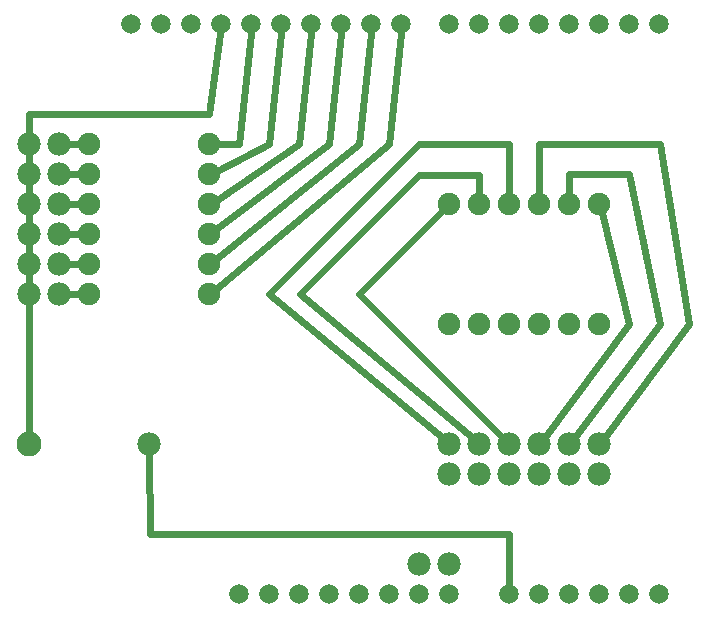
<source format=gtl>
G04 MADE WITH FRITZING*
G04 WWW.FRITZING.ORG*
G04 DOUBLE SIDED*
G04 HOLES PLATED*
G04 CONTOUR ON CENTER OF CONTOUR VECTOR*
%ASAXBY*%
%FSLAX23Y23*%
%MOIN*%
%OFA0B0*%
%SFA1.0B1.0*%
%ADD10C,0.065278*%
%ADD11C,0.075000*%
%ADD12C,0.078000*%
%ADD13C,0.083307*%
%ADD14C,0.024000*%
%LNCOPPER1*%
G90*
G70*
G54D10*
X2099Y110D03*
X2199Y110D03*
X2299Y110D03*
X2399Y110D03*
X2499Y110D03*
X1639Y2010D03*
X1539Y2010D03*
X1439Y2010D03*
X1339Y2010D03*
X1239Y2010D03*
X1139Y2010D03*
X1039Y2010D03*
X939Y2010D03*
X839Y2010D03*
X739Y2010D03*
X2499Y2010D03*
X2399Y2010D03*
X2299Y2010D03*
X2199Y2010D03*
X2099Y2010D03*
X1999Y2010D03*
X1899Y2010D03*
X1799Y2010D03*
X1199Y110D03*
X1099Y110D03*
X1299Y110D03*
X1399Y110D03*
X1499Y110D03*
X1599Y110D03*
X1699Y110D03*
X1799Y110D03*
X1999Y110D03*
G54D11*
X1799Y1010D03*
X1799Y1410D03*
X1899Y1010D03*
X1899Y1410D03*
X1999Y1010D03*
X1999Y1410D03*
X2099Y1010D03*
X2099Y1410D03*
X2199Y1010D03*
X2199Y1410D03*
X2299Y1010D03*
X2299Y1410D03*
X999Y1610D03*
X599Y1610D03*
X999Y1510D03*
X599Y1510D03*
X999Y1410D03*
X599Y1410D03*
X999Y1310D03*
X599Y1310D03*
X999Y1210D03*
X599Y1210D03*
X999Y1110D03*
X599Y1110D03*
G54D12*
X399Y1110D03*
X499Y1110D03*
X399Y1210D03*
X499Y1210D03*
X399Y1310D03*
X499Y1310D03*
X399Y1410D03*
X499Y1410D03*
X399Y1510D03*
X499Y1510D03*
X399Y1610D03*
X499Y1610D03*
X2299Y610D03*
X2299Y510D03*
X2199Y610D03*
X2199Y510D03*
X2099Y610D03*
X2099Y510D03*
X1999Y610D03*
X1999Y510D03*
X1899Y610D03*
X1899Y510D03*
X1799Y610D03*
X1799Y510D03*
G54D13*
X399Y610D03*
G54D12*
X799Y610D03*
X1799Y210D03*
X1699Y210D03*
G54D14*
X1136Y1979D02*
X1099Y1611D01*
D02*
X1099Y1611D02*
X1027Y1611D01*
D02*
X1199Y1611D02*
X1024Y1523D01*
D02*
X1236Y1979D02*
X1199Y1611D01*
D02*
X529Y1610D02*
X570Y1610D01*
D02*
X529Y1510D02*
X570Y1510D01*
D02*
X529Y1410D02*
X570Y1410D01*
D02*
X529Y1310D02*
X570Y1310D01*
D02*
X529Y1210D02*
X570Y1210D01*
D02*
X529Y1110D02*
X570Y1110D01*
D02*
X1299Y1611D02*
X1023Y1426D01*
D02*
X1336Y1979D02*
X1299Y1611D01*
D02*
X1436Y1979D02*
X1398Y1611D01*
D02*
X1398Y1611D02*
X1022Y1328D01*
D02*
X1498Y1611D02*
X1021Y1228D01*
D02*
X1536Y1979D02*
X1498Y1611D01*
D02*
X1598Y1611D02*
X1021Y1129D01*
D02*
X1636Y1979D02*
X1598Y1611D01*
D02*
X399Y1180D02*
X399Y1141D01*
D02*
X399Y1241D02*
X399Y1280D01*
D02*
X399Y1341D02*
X399Y1380D01*
D02*
X399Y1441D02*
X399Y1480D01*
D02*
X399Y1541D02*
X399Y1580D01*
D02*
X399Y1641D02*
X398Y1711D01*
D02*
X999Y1711D02*
X1035Y1979D01*
D02*
X398Y1711D02*
X999Y1711D01*
D02*
X800Y311D02*
X1999Y311D01*
D02*
X1999Y311D02*
X1999Y142D01*
D02*
X799Y580D02*
X800Y311D01*
D02*
X399Y1080D02*
X399Y643D01*
D02*
X2398Y1011D02*
X2117Y635D01*
D02*
X2306Y1383D02*
X2398Y1011D01*
D02*
X2398Y1510D02*
X2500Y1011D01*
D02*
X2198Y1510D02*
X2398Y1510D01*
D02*
X2500Y1011D02*
X2217Y634D01*
D02*
X2199Y1439D02*
X2198Y1510D01*
D02*
X2599Y1011D02*
X2317Y635D01*
D02*
X2500Y1611D02*
X2599Y1011D01*
D02*
X2099Y1611D02*
X2500Y1611D01*
D02*
X2099Y1439D02*
X2099Y1611D01*
D02*
X1199Y1110D02*
X1699Y1610D01*
D02*
X1699Y1610D02*
X1999Y1610D01*
D02*
X1999Y1610D02*
X1999Y1439D01*
D02*
X1776Y630D02*
X1199Y1110D01*
D02*
X1300Y1110D02*
X1699Y1509D01*
D02*
X1699Y1509D02*
X1898Y1509D01*
D02*
X1898Y1509D02*
X1899Y1439D01*
D02*
X1876Y630D02*
X1300Y1110D01*
D02*
X1499Y1110D02*
X1978Y632D01*
D02*
X1779Y1390D02*
X1499Y1110D01*
G04 End of Copper1*
M02*
</source>
